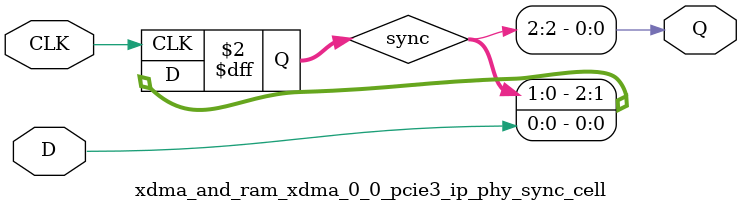
<source format=v>





`timescale 1ps / 1ps



//-------------------------------------------------------------------------------------------------
//  Synchronizer Library Module
//-------------------------------------------------------------------------------------------------
module xdma_and_ram_xdma_0_0_pcie3_ip_phy_sync_cell #
(
    parameter integer STAGE = 2
)
(
    //-------------------------------------------------------------------------- 
    //  Input Ports
    //-------------------------------------------------------------------------- 
    input                               CLK,
    input                               D,
    
    //-------------------------------------------------------------------------- 
    //  Output Ports
    //-------------------------------------------------------------------------- 
    output                              Q
);

    //-------------------------------------------------------------------------- 
    //  Synchronized Signals
    //--------------------------------------------------------------------------  
    (* KEEP = "TRUE", ASYNC_REG = "TRUE", SHIFT_EXTRACT = "NO" *) reg [STAGE:0] sync;                                                            



//--------------------------------------------------------------------------------------------------
//  Synchronizier
//--------------------------------------------------------------------------------------------------
always @ (posedge CLK)
begin

    sync <= {sync[(STAGE-1):0], D};
            
end   



//--------------------------------------------------------------------------------------------------
//  Generate Output
//--------------------------------------------------------------------------------------------------
assign Q = sync[STAGE];


endmodule


</source>
